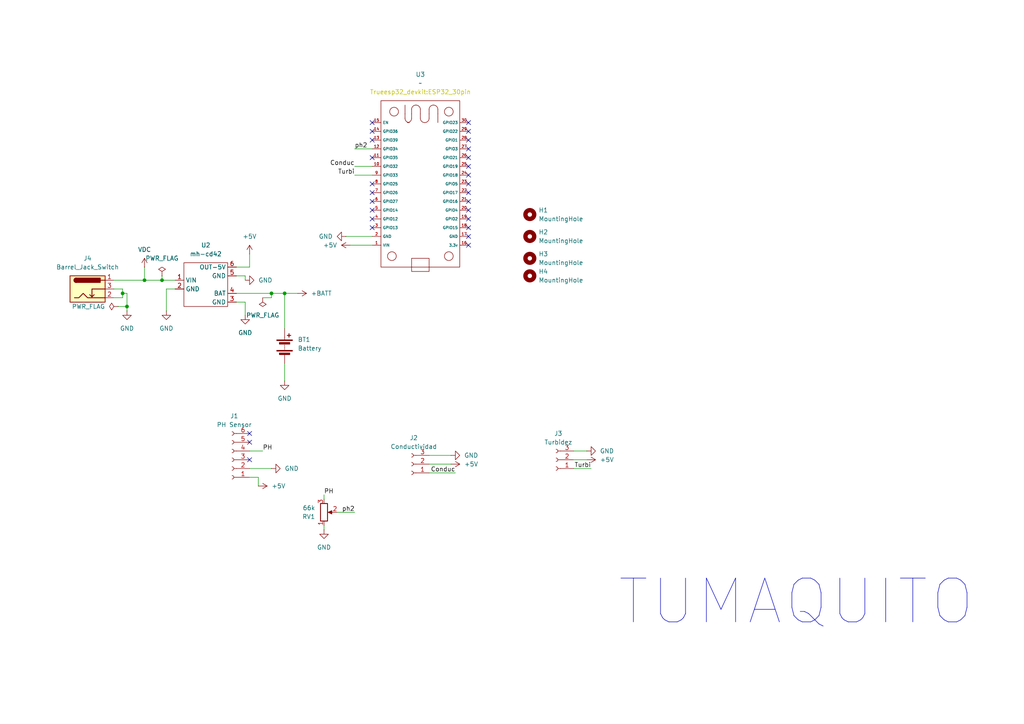
<source format=kicad_sch>
(kicad_sch (version 20250114) (generator "eeschema") (generator_version "9.0")
  (paper "A4")
  (lib_symbols
    (symbol "Connector:Barrel_Jack_Switch" (pin_names (hide yes))
      (property "Reference" "J" (at 0 5.334 0))
      (property "Value" "Barrel_Jack_Switch" (at 0 -5.08 0))
      (symbol "Barrel_Jack_Switch_0_1"
        (rectangle (start -5.08 3.81) (end 5.08 -3.81) (stroke (width 0.254)) (fill (type background)))
        (polyline (pts (xy -3.81 -2.54) (xy -2.54 -2.54) (xy -1.27 -1.27) (xy 0 -2.54) (xy 2.54 -2.54) (xy 5.08 -2.54)) (stroke (width 0.254)))
        (arc (start -3.302 1.905) (mid -3.9343 2.54) (end -3.302 3.175) (stroke (width 0.254)))
        (arc (start -3.302 1.905) (mid -3.9343 2.54) (end -3.302 3.175) (stroke (width 0.254)) (fill (type outline)))
        (polyline (pts (xy 1.27 -2.286) (xy 1.905 -1.651)) (stroke (width 0.254)))
        (rectangle (start 3.683 3.175) (end -3.302 1.905) (stroke (width 0.254)) (fill (type outline)))
        (polyline (pts (xy 5.08 2.54) (xy 3.81 2.54)) (stroke (width 0.254)))
        (polyline (pts (xy 5.08 0) (xy 1.27 0) (xy 1.27 -2.286) (xy 0.635 -1.651)) (stroke (width 0.254)))
      )
      (symbol "Barrel_Jack_Switch_1_1"
        (pin passive line (at 7.62 2.54 180) (length 2.54) (name "~") (number "1"))
        (pin passive line (at 7.62 0 180) (length 2.54) (name "~") (number "3"))
        (pin passive line (at 7.62 -2.54 180) (length 2.54) (name "~") (number "2"))
      )
    )
    (symbol "Connector:Conn_01x03_Socket" (pin_names (offset 1.016) (hide yes))
      (property "Reference" "J" (at 0 5.08 0))
      (property "Value" "Conn_01x03_Socket" (at 0 -5.08 0))
      (symbol "Conn_01x03_Socket_1_1"
        (polyline (pts (xy -1.27 2.54) (xy -0.508 2.54)) (stroke (width 0.1524)))
        (polyline (pts (xy -1.27 0) (xy -0.508 0)) (stroke (width 0.1524)))
        (polyline (pts (xy -1.27 -2.54) (xy -0.508 -2.54)) (stroke (width 0.1524)))
        (arc (start 0 2.032) (mid -0.5058 2.54) (end 0 3.048) (stroke (width 0.1524)))
        (arc (start 0 -0.508) (mid -0.5058 0) (end 0 0.508) (stroke (width 0.1524)))
        (arc (start 0 -3.048) (mid -0.5058 -2.54) (end 0 -2.032) (stroke (width 0.1524)))
        (pin passive line (at -5.08 2.54 0) (length 3.81) (name "Pin_1") (number "1"))
        (pin passive line (at -5.08 0 0) (length 3.81) (name "Pin_2") (number "2"))
        (pin passive line (at -5.08 -2.54 0) (length 3.81) (name "Pin_3") (number "3"))
      )
    )
    (symbol "Connector:Conn_01x06_Socket" (pin_names (offset 1.016) (hide yes))
      (property "Reference" "J" (at 0 7.62 0))
      (property "Value" "Conn_01x06_Socket" (at 0 -10.16 0))
      (symbol "Conn_01x06_Socket_1_1"
        (polyline (pts (xy -1.27 5.08) (xy -0.508 5.08)) (stroke (width 0.1524)))
        (polyline (pts (xy -1.27 2.54) (xy -0.508 2.54)) (stroke (width 0.1524)))
        (polyline (pts (xy -1.27 0) (xy -0.508 0)) (stroke (width 0.1524)))
        (polyline (pts (xy -1.27 -2.54) (xy -0.508 -2.54)) (stroke (width 0.1524)))
        (polyline (pts (xy -1.27 -5.08) (xy -0.508 -5.08)) (stroke (width 0.1524)))
        (polyline (pts (xy -1.27 -7.62) (xy -0.508 -7.62)) (stroke (width 0.1524)))
        (arc (start 0 4.572) (mid -0.5058 5.08) (end 0 5.588) (stroke (width 0.1524)))
        (arc (start 0 2.032) (mid -0.5058 2.54) (end 0 3.048) (stroke (width 0.1524)))
        (arc (start 0 -0.508) (mid -0.5058 0) (end 0 0.508) (stroke (width 0.1524)))
        (arc (start 0 -3.048) (mid -0.5058 -2.54) (end 0 -2.032) (stroke (width 0.1524)))
        (arc (start 0 -5.588) (mid -0.5058 -5.08) (end 0 -4.572) (stroke (width 0.1524)))
        (arc (start 0 -8.128) (mid -0.5058 -7.62) (end 0 -7.112) (stroke (width 0.1524)))
        (pin passive line (at -5.08 5.08 0) (length 3.81) (name "Pin_1") (number "1"))
        (pin passive line (at -5.08 2.54 0) (length 3.81) (name "Pin_2") (number "2"))
        (pin passive line (at -5.08 0 0) (length 3.81) (name "Pin_3") (number "3"))
        (pin passive line (at -5.08 -2.54 0) (length 3.81) (name "Pin_4") (number "4"))
        (pin passive line (at -5.08 -5.08 0) (length 3.81) (name "Pin_5") (number "5"))
        (pin passive line (at -5.08 -7.62 0) (length 3.81) (name "Pin_6") (number "6"))
      )
    )
    (symbol "Device:Battery" (pin_numbers (hide yes)) (pin_names (offset 0) (hide yes))
      (property "Reference" "BT" (at 2.54 2.54 0))
      (property "Value" "Battery" (at 2.54 0 0))
      (symbol "Battery_0_1"
        (rectangle (start -2.286 1.778) (end 2.286 1.524) (fill (type outline)))
        (rectangle (start -2.286 -1.27) (end 2.286 -1.524) (fill (type outline)))
        (rectangle (start -1.524 1.016) (end 1.524 0.508) (fill (type outline)))
        (rectangle (start -1.524 -2.032) (end 1.524 -2.54) (fill (type outline)))
        (polyline (pts (xy 0 1.778) (xy 0 2.54)))
        (polyline (pts (xy 0 0) (xy 0 0.254)))
        (polyline (pts (xy 0 -0.508) (xy 0 -0.254)))
        (polyline (pts (xy 0 -1.016) (xy 0 -0.762)))
        (polyline (pts (xy 0.762 3.048) (xy 1.778 3.048)) (stroke (width 0.254)))
        (polyline (pts (xy 1.27 3.556) (xy 1.27 2.54)) (stroke (width 0.254)))
      )
      (symbol "Battery_1_1"
        (pin passive line (at 0 5.08 270) (length 2.54) (name "+") (number "1"))
        (pin passive line (at 0 -5.08 90) (length 2.54) (name "-") (number "2"))
      )
    )
    (symbol "Device:R_Potentiometer" (pin_names (offset 1.016) (hide yes))
      (property "Reference" "RV" (at -4.445 0 90))
      (property "Value" "R_Potentiometer" (at -2.54 0 90))
      (symbol "R_Potentiometer_0_1"
        (rectangle (start 1.016 2.54) (end -1.016 -2.54) (stroke (width 0.254)))
        (polyline (pts (xy 1.143 0) (xy 2.286 0.508) (xy 2.286 -0.508) (xy 1.143 0)) (fill (type outline)))
        (polyline (pts (xy 2.54 0) (xy 1.524 0)))
      )
      (symbol "R_Potentiometer_1_1"
        (pin passive line (at 0 3.81 270) (length 1.27) (name "1") (number "1"))
        (pin passive line (at 0 -3.81 90) (length 1.27) (name "3") (number "3"))
        (pin passive line (at 3.81 0 180) (length 1.27) (name "2") (number "2"))
      )
    )
    (symbol "Mechanical:MountingHole" (pin_names (offset 1.016)) (in_bom no)
      (property "Reference" "H" (at 0 5.08 0))
      (property "Value" "MountingHole" (at 0 3.175 0))
      (symbol "MountingHole_0_1"
        (circle (center 0 0) (radius 1.27) (stroke (width 1.27)))
      )
    )
    (symbol "Trueesp32_devkit:ESP32_30Pin"
      (property "Reference" "U3" (at -31.75 0 90))
      (property "Value" "~" (at -29.21 0 90))
      (property "Footprint" "Trueesp32_devkit:ESP32_30pin" (at -26.67 0 90))
      (symbol "ESP32_30Pin_0_1"
        (rectangle (start -24.13 11.43) (end 24.13 -11.43))
        (polyline (pts (xy -21.59 5.08) (xy -20.32 5.08)))
        (polyline (pts (xy -21.59 2.54) (xy -20.32 2.54)))
        (polyline (pts (xy -21.59 0) (xy -20.32 0)))
        (polyline (pts (xy -21.59 -2.54) (xy -20.32 -2.54)))
        (arc (start -21.5975 2.5325) (mid -22.4933 2.9067) (end -22.8675 3.8025))
        (arc (start -21.5975 -2.5475) (mid -22.4933 -2.1733) (end -22.8675 -1.2775))
        (arc (start -22.86 3.81) (mid -22.4873 4.7073) (end -21.59 5.08))
        (arc (start -22.86 -1.27) (mid -22.4873 -0.3727) (end -21.59 0))
        (circle (center -20.955 8.255) (radius 1.27))
        (circle (center -20.955 -7.62) (radius 1.27))
        (polyline (pts (xy -20.32 5.08) (xy -17.78 5.08)))
        (polyline (pts (xy -20.32 -4.445) (xy -22.86 -4.445)))
        (arc (start -17.7775 1.2675) (mid -18.1502 0.3702) (end -19.0475 -0.0025))
        (arc (start -17.7775 -3.1775) (mid -18.1502 -4.0748) (end -19.0475 -4.4475))
        (arc (start -19.04 2.545) (mid -18.1442 2.1708) (end -17.77 1.275))
        (arc (start -19.04 -2.535) (mid -18.1442 -2.9092) (end -17.77 -3.805))
        (polyline (pts (xy -19.0475 2.5375) (xy -20.3175 2.5375)))
        (polyline (pts (xy -19.0475 -0.0025) (xy -20.3175 -0.0025)))
        (polyline (pts (xy -19.0475 -2.5425) (xy -20.3175 -2.5425)))
        (polyline (pts (xy -19.0475 -4.4475) (xy -20.3175 -4.4475)))
        (circle (center 20.955 8.255) (radius 1.27))
        (circle (center 20.955 -8.255) (radius 1.27))
        (rectangle (start 21.59 2.54) (end 25.4 -2.54))
      )
      (symbol "ESP32_30Pin_1_1"
        (pin bidirectional line (at -17.78 13.97 270) (length 2.54) (name "GPIO23") (number "30"))
        (pin bidirectional line (at -17.78 -13.97 90) (length 2.54) (name "EN") (number "15"))
        (pin bidirectional line (at -15.24 13.97 270) (length 2.54) (name "GPIO22") (number "29"))
        (pin bidirectional line (at -15.24 -13.97 90) (length 2.54) (name "GPIO36") (number "14"))
        (pin bidirectional line (at -12.7 13.97 270) (length 2.54) (name "GPIO1") (number "28"))
        (pin bidirectional line (at -12.7 -13.97 90) (length 2.54) (name "GPIO39") (number "13"))
        (pin bidirectional line (at -10.16 13.97 270) (length 2.54) (name "GPIO3") (number "27"))
        (pin bidirectional line (at -10.16 -13.97 90) (length 2.54) (name "GPIO34") (number "12"))
        (pin bidirectional line (at -7.62 13.97 270) (length 2.54) (name "GPIO21") (number "26"))
        (pin bidirectional line (at -7.62 -13.97 90) (length 2.54) (name "GPIO35") (number "11"))
        (pin bidirectional line (at -5.08 13.97 270) (length 2.54) (name "GPIO19") (number "25"))
        (pin bidirectional line (at -5.08 -13.97 90) (length 2.54) (name "GPIO32") (number "10"))
        (pin bidirectional line (at -2.54 13.97 270) (length 2.54) (name "GPIO18") (number "24"))
        (pin bidirectional line (at -2.54 -13.97 90) (length 2.54) (name "GPIO33") (number "9"))
        (pin bidirectional line (at 0 13.97 270) (length 2.54) (name "GPIO5") (number "23"))
        (pin bidirectional line (at 0 -13.97 90) (length 2.54) (name "GPIO25") (number "8"))
        (pin bidirectional line (at 2.54 13.97 270) (length 2.54) (name "GPIO17") (number "22"))
        (pin bidirectional line (at 2.54 -13.97 90) (length 2.54) (name "GPIO26") (number "7"))
        (pin bidirectional line (at 5.08 13.97 270) (length 2.54) (name "GPIO16") (number "21"))
        (pin bidirectional line (at 5.08 -13.97 90) (length 2.54) (name "GPIO27") (number "6"))
        (pin bidirectional line (at 7.62 13.97 270) (length 2.54) (name "GPIO4") (number "20"))
        (pin bidirectional line (at 7.62 -13.97 90) (length 2.54) (name "GPIO14") (number "5"))
        (pin bidirectional line (at 10.16 13.97 270) (length 2.54) (name "GPIO2") (number "19"))
        (pin bidirectional line (at 10.16 -13.97 90) (length 2.54) (name "GPIO12") (number "4"))
        (pin bidirectional line (at 12.7 13.97 270) (length 2.54) (name "GPIO15") (number "18"))
        (pin bidirectional line (at 12.7 -13.97 90) (length 2.54) (name "GPIO13") (number "3"))
        (pin power_in line (at 15.24 13.97 270) (length 2.54) (name "GND") (number "17"))
        (pin power_in line (at 15.24 -13.97 90) (length 2.54) (name "GND") (number "2"))
        (pin input line (at 17.78 13.97 270) (length 2.54) (name "3.3v") (number "16"))
        (pin input line (at 17.78 -13.97 90) (length 2.54) (name "VIN") (number "1"))
      )
    )
    (symbol "cd42:mh-cd42"
      (property "Reference" "U" (at 0 7.62 0))
      (property "Value" "mh-cd42" (at 0 -7.62 0))
      (symbol "mh-cd42_0_1"
        (rectangle (start -6.35 6.35) (end 6.35 -6.35))
      )
      (symbol "mh-cd42_1_1"
        (pin power_in line (at -8.89 1.27 0) (length 2.54) (name "VIN") (number "1"))
        (pin passive line (at -8.89 -1.27 0) (length 2.54) (name "GND") (number "2"))
        (pin power_out line (at 8.89 5.08 180) (length 2.54) (name "OUT-5V") (number "6"))
        (pin passive line (at 8.89 2.54 180) (length 2.54) (name "GND") (number "5"))
        (pin passive line (at 8.89 -2.54 180) (length 2.54) (name "BAT") (number "4"))
        (pin passive line (at 8.89 -5.08 180) (length 2.54) (name "GND") (number "3"))
      )
    )
    (symbol "power:+5V" (power) (pin_numbers (hide yes)) (pin_names (offset 0) (hide yes))
      (property "Value" "+5V" (at 0 3.556 0))
      (symbol "+5V_0_1"
        (polyline (pts (xy -0.762 1.27) (xy 0 2.54)))
        (polyline (pts (xy 0 2.54) (xy 0.762 1.27)))
        (polyline (pts (xy 0 0) (xy 0 2.54)))
      )
      (symbol "+5V_1_1"
        (pin power_in line (at 0 0 90) (length 0) (name "~") (number "1"))
      )
    )
    (symbol "power:+BATT" (power) (pin_numbers (hide yes)) (pin_names (offset 0) (hide yes))
      (property "Value" "+BATT" (at 0 3.556 0))
      (symbol "+BATT_0_1"
        (polyline (pts (xy -0.762 1.27) (xy 0 2.54)))
        (polyline (pts (xy 0 2.54) (xy 0.762 1.27)))
        (polyline (pts (xy 0 0) (xy 0 2.54)))
      )
      (symbol "+BATT_1_1"
        (pin power_in line (at 0 0 90) (length 0) (name "~") (number "1"))
      )
    )
    (symbol "power:GND" (power) (pin_numbers (hide yes)) (pin_names (offset 0) (hide yes))
      (property "Value" "GND" (at 0 -3.81 0))
      (symbol "GND_0_1"
        (polyline (pts (xy 0 0) (xy 0 -1.27) (xy 1.27 -1.27) (xy 0 -2.54) (xy -1.27 -1.27) (xy 0 -1.27)))
      )
      (symbol "GND_1_1"
        (pin power_in line (at 0 0 270) (length 0) (name "~") (number "1"))
      )
    )
    (symbol "power:PWR_FLAG" (power) (pin_numbers (hide yes)) (pin_names (offset 0) (hide yes))
      (property "Value" "PWR_FLAG" (at 0 3.81 0))
      (symbol "PWR_FLAG_0_0"
        (pin power_out line (at 0 0 90) (length 0) (name "~") (number "1"))
      )
      (symbol "PWR_FLAG_0_1"
        (polyline (pts (xy 0 0) (xy 0 1.27) (xy -1.016 1.905) (xy 0 2.54) (xy 1.016 1.905) (xy 0 1.27)))
      )
    )
    (symbol "power:VDC" (power) (pin_numbers (hide yes)) (pin_names (offset 0) (hide yes))
      (property "Value" "VDC" (at 0 3.556 0))
      (symbol "VDC_0_1"
        (polyline (pts (xy -0.762 1.27) (xy 0 2.54)))
        (polyline (pts (xy 0 2.54) (xy 0.762 1.27)))
        (polyline (pts (xy 0 0) (xy 0 2.54)))
      )
      (symbol "VDC_1_1"
        (pin power_in line (at 0 0 90) (length 0) (name "~") (number "1"))
      )
    )
  )
  (text "TUMAQUITO" (at 230.886 174.752 0) (effects (font (size 12.7 12.7))))
  (junction (at 82.55 85.09))
  (junction (at 78.74 85.09))
  (junction (at 46.99 81.28))
  (junction (at 41.91 81.28))
  (junction (at 35.56 85.09))
  (junction (at 36.83 88.9))
  (no_connect (at 135.89 38.1))
  (no_connect (at 107.95 58.42))
  (no_connect (at 107.95 66.04))
  (no_connect (at 135.89 60.96))
  (no_connect (at 135.89 45.72))
  (no_connect (at 135.89 63.5))
  (no_connect (at 107.95 53.34))
  (no_connect (at 135.89 71.12))
  (no_connect (at 107.95 55.88))
  (no_connect (at 107.95 40.64))
  (no_connect (at 107.95 63.5))
  (no_connect (at 135.89 55.88))
  (no_connect (at 72.39 125.73))
  (no_connect (at 135.89 66.04))
  (no_connect (at 107.95 38.1))
  (no_connect (at 135.89 48.26))
  (no_connect (at 135.89 40.64))
  (no_connect (at 135.89 43.18))
  (no_connect (at 107.95 60.96))
  (no_connect (at 72.39 133.35))
  (no_connect (at 72.39 128.27))
  (no_connect (at 135.89 68.58))
  (no_connect (at 135.89 35.56))
  (no_connect (at 135.89 53.34))
  (no_connect (at 135.89 50.8))
  (no_connect (at 107.95 35.56))
  (no_connect (at 107.95 45.72))
  (no_connect (at 135.89 58.42))
  (wire (pts (xy 35.56 85.09) (xy 35.56 86.36)))
  (wire (pts (xy 102.87 48.26) (xy 107.95 48.26)))
  (wire (pts (xy 101.6 71.12) (xy 107.95 71.12)))
  (wire (pts (xy 82.55 85.09) (xy 82.55 95.25)))
  (wire (pts (xy 71.12 80.01) (xy 68.58 80.01)))
  (wire (pts (xy 124.46 137.16) (xy 132.08 137.16)))
  (wire (pts (xy 36.83 85.09) (xy 36.83 88.9)))
  (wire (pts (xy 78.74 86.36) (xy 78.74 85.09)))
  (wire (pts (xy 41.91 81.28) (xy 46.99 81.28)))
  (wire (pts (xy 35.56 85.09) (xy 36.83 85.09)))
  (wire (pts (xy 97.79 148.59) (xy 102.87 148.59)))
  (wire (pts (xy 82.55 85.09) (xy 86.36 85.09)))
  (wire (pts (xy 166.37 130.81) (xy 170.18 130.81)))
  (wire (pts (xy 74.93 138.43) (xy 72.39 138.43)))
  (wire (pts (xy 166.37 133.35) (xy 170.18 133.35)))
  (wire (pts (xy 100.33 68.58) (xy 107.95 68.58)))
  (wire (pts (xy 71.12 87.63) (xy 68.58 87.63)))
  (wire (pts (xy 76.2 86.36) (xy 78.74 86.36)))
  (wire (pts (xy 93.98 153.67) (xy 93.98 152.4)))
  (wire (pts (xy 72.39 77.47) (xy 68.58 77.47)))
  (wire (pts (xy 33.02 83.82) (xy 35.56 83.82)))
  (wire (pts (xy 50.8 83.82) (xy 48.26 83.82)))
  (wire (pts (xy 46.99 80.01) (xy 46.99 81.28)))
  (wire (pts (xy 36.83 88.9) (xy 36.83 90.17)))
  (wire (pts (xy 102.87 43.18) (xy 107.95 43.18)))
  (wire (pts (xy 78.74 85.09) (xy 82.55 85.09)))
  (wire (pts (xy 41.91 77.47) (xy 41.91 81.28)))
  (wire (pts (xy 71.12 91.44) (xy 71.12 87.63)))
  (wire (pts (xy 166.37 135.89) (xy 171.45 135.89)))
  (wire (pts (xy 33.02 86.36) (xy 35.56 86.36)))
  (wire (pts (xy 93.98 143.51) (xy 93.98 144.78)))
  (wire (pts (xy 72.39 73.66) (xy 72.39 77.47)))
  (wire (pts (xy 48.26 83.82) (xy 48.26 90.17)))
  (wire (pts (xy 74.93 140.97) (xy 74.93 138.43)))
  (wire (pts (xy 72.39 130.81) (xy 76.2 130.81)))
  (wire (pts (xy 68.58 85.09) (xy 78.74 85.09)))
  (wire (pts (xy 35.56 83.82) (xy 35.56 85.09)))
  (wire (pts (xy 82.55 105.41) (xy 82.55 110.49)))
  (wire (pts (xy 46.99 81.28) (xy 50.8 81.28)))
  (wire (pts (xy 102.87 50.8) (xy 107.95 50.8)))
  (wire (pts (xy 124.46 134.62) (xy 130.81 134.62)))
  (wire (pts (xy 33.02 81.28) (xy 41.91 81.28)))
  (wire (pts (xy 72.39 135.89) (xy 78.74 135.89)))
  (wire (pts (xy 71.12 81.28) (xy 71.12 80.01)))
  (wire (pts (xy 34.29 88.9) (xy 36.83 88.9)))
  (wire (pts (xy 124.46 132.08) (xy 130.81 132.08)))
  (label "PH" (at 93.98 143.51 0))
  (label "Turbi" (at 171.45 135.89 180))
  (label "Conduc" (at 102.87 48.26 180))
  (label "PH" (at 76.2 130.81 0))
  (label "ph2" (at 102.87 43.18 0))
  (label "Conduc" (at 132.08 137.16 180))
  (label "ph2" (at 102.87 148.59 180))
  (label "Turbi" (at 102.87 50.8 180))
  (symbol (lib_id "cd42:mh-cd42") (at 59.69 82.55 0) (unit 1)
    (property "Reference" "U2" (at 59.69 71.12 0))
    (property "Value" "mh-cd42" (at 59.69 73.66 0))
    (property "Footprint" "cd42foot:mh-cd42" (effects (hide yes)))
  )
  (symbol (lib_id "power:GND") (at 93.98 153.67 0) (unit 1)
    (property "Reference" "#PWR01" (effects (hide yes)))
    (property "Value" "GND" (at 93.98 158.75 0))
    (property "Description" "Power symbol creates a global label with name \"GND\" , ground" (effects (hide yes)))
  )
  (symbol (lib_id "power:GND") (at 36.83 90.17 0) (unit 1)
    (property "Reference" "#PWR015" (effects (hide yes)))
    (property "Value" "GND" (at 36.83 95.25 0))
    (property "Description" "Power symbol creates a global label with name \"GND\" , ground" (effects (hide yes)))
  )
  (symbol (lib_id "power:GND") (at 71.12 91.44 0) (unit 1)
    (property "Reference" "#PWR04" (effects (hide yes)))
    (property "Value" "GND" (at 71.12 96.52 0))
    (property "Description" "Power symbol creates a global label with name \"GND\" , ground" (effects (hide yes)))
  )
  (symbol (lib_id "power:+5V") (at 170.18 133.35 270) (unit 1)
    (property "Reference" "#PWR09" (effects (hide yes)))
    (property "Value" "+5V" (at 173.99 133.3499 90) (effects (justify left)))
    (property "Description" "Power symbol creates a global label with name \"+5V\"" (effects (hide yes)))
  )
  (symbol (lib_id "power:PWR_FLAG") (at 34.29 88.9 90) (unit 1)
    (property "Reference" "#FLG02" (effects (hide yes)))
    (property "Value" "PWR_FLAG" (at 30.48 88.8999 90) (effects (justify left)))
    (property "Description" "Special symbol for telling ERC where power comes from" (effects (hide yes)))
  )
  (symbol (lib_id "power:+5V") (at 72.39 73.66 0) (unit 1)
    (property "Reference" "#PWR02" (effects (hide yes)))
    (property "Value" "+5V" (at 72.39 68.58 0))
    (property "Description" "Power symbol creates a global label with name \"+5V\"" (effects (hide yes)))
  )
  (symbol (lib_id "power:+5V") (at 74.93 140.97 270) (unit 1)
    (property "Reference" "#PWR019" (effects (hide yes)))
    (property "Value" "+5V" (at 78.74 140.9699 90) (effects (justify left)))
    (property "Description" "Power symbol creates a global label with name \"+5V\"" (effects (hide yes)))
  )
  (symbol (lib_id "Mechanical:MountingHole") (at 153.67 62.23 0) (unit 1) (in_bom no)
    (property "Reference" "H1" (at 156.21 60.9599 0) (effects (justify left)))
    (property "Value" "MountingHole" (at 156.21 63.4999 0) (effects (justify left)))
    (property "Footprint" "MountingHole:MountingHole_3.2mm_M3" (effects (hide yes)))
    (property "Description" "Mounting Hole without connection" (effects (hide yes)))
  )
  (symbol (lib_id "power:+5V") (at 130.81 134.62 270) (unit 1)
    (property "Reference" "#PWR08" (effects (hide yes)))
    (property "Value" "+5V" (at 134.62 134.6199 90) (effects (justify left)))
    (property "Description" "Power symbol creates a global label with name \"+5V\"" (effects (hide yes)))
  )
  (symbol (lib_id "power:GND") (at 71.12 81.28 90) (unit 1)
    (property "Reference" "#PWR03" (effects (hide yes)))
    (property "Value" "GND" (at 74.93 81.2799 90) (effects (justify right)))
    (property "Description" "Power symbol creates a global label with name \"GND\" , ground" (effects (hide yes)))
  )
  (symbol (lib_id "Connector:Conn_01x03_Socket") (at 161.29 133.35 180) (unit 1)
    (property "Reference" "J3" (at 161.925 125.73 0))
    (property "Value" "Turbidez" (at 161.925 128.27 0))
    (property "Footprint" "Connector_PinSocket_2.54mm:PinSocket_1x03_P2.54mm_Vertical" (effects (hide yes)))
    (property "Description" "Generic connector, single row, 01x03, script generated" (effects (hide yes)))
  )
  (symbol (lib_id "Connector:Conn_01x06_Socket") (at 67.31 133.35 180) (unit 1)
    (property "Reference" "J1" (at 67.945 120.65 0))
    (property "Value" "PH Sensor" (at 67.945 123.19 0))
    (property "Footprint" "Connector_PinSocket_2.54mm:PinSocket_1x06_P2.54mm_Vertical" (effects (hide yes)))
    (property "Description" "Generic connector, single row, 01x06, script generated" (effects (hide yes)))
  )
  (symbol (lib_id "Trueesp32_devkit:ESP32_30Pin") (at 121.92 53.34 270) (unit 1)
    (property "Reference" "U3" (at 121.92 21.59 90))
    (property "Value" "~" (at 121.92 24.13 90))
    (property "Footprint" "Trueesp32_devkit:ESP32_30pin" (at 121.92 26.67 90))
  )
  (symbol (lib_id "Mechanical:MountingHole") (at 153.67 68.58 0) (unit 1) (in_bom no)
    (property "Reference" "H2" (at 156.21 67.3099 0) (effects (justify left)))
    (property "Value" "MountingHole" (at 156.21 69.8499 0) (effects (justify left)))
    (property "Footprint" "MountingHole:MountingHole_3.2mm_M3" (effects (hide yes)))
    (property "Description" "Mounting Hole without connection" (effects (hide yes)))
  )
  (symbol (lib_id "power:GND") (at 100.33 68.58 270) (unit 1)
    (property "Reference" "#PWR018" (effects (hide yes)))
    (property "Value" "GND" (at 96.52 68.5799 90) (effects (justify right)))
    (property "Description" "Power symbol creates a global label with name \"GND\" , ground" (effects (hide yes)))
  )
  (symbol (lib_id "Mechanical:MountingHole") (at 153.67 80.01 0) (unit 1) (in_bom no)
    (property "Reference" "H4" (at 156.21 78.7399 0) (effects (justify left)))
    (property "Value" "MountingHole" (at 156.21 81.2799 0) (effects (justify left)))
    (property "Footprint" "MountingHole:MountingHole_3.2mm_M3" (effects (hide yes)))
    (property "Description" "Mounting Hole without connection" (effects (hide yes)))
  )
  (symbol (lib_id "Connector:Barrel_Jack_Switch") (at 25.4 83.82 0) (unit 1)
    (property "Reference" "J4" (at 25.4 74.93 0))
    (property "Value" "Barrel_Jack_Switch" (at 25.4 77.47 0))
    (property "Footprint" "Connector_BarrelJack:BarrelJack_Horizontal" (effects (hide yes)))
    (property "Description" "DC Barrel Jack with an internal switch" (effects (hide yes)))
  )
  (symbol (lib_id "power:+BATT") (at 86.36 85.09 270) (unit 1)
    (property "Reference" "#PWR06" (effects (hide yes)))
    (property "Value" "+BATT" (at 90.17 85.0899 90) (effects (justify left)))
    (property "Description" "Power symbol creates a global label with name \"+BATT\"" (effects (hide yes)))
  )
  (symbol (lib_id "power:PWR_FLAG") (at 46.99 80.01 0) (unit 1)
    (property "Reference" "#FLG01" (effects (hide yes)))
    (property "Value" "PWR_FLAG" (at 46.99 74.93 0))
    (property "Description" "Special symbol for telling ERC where power comes from" (effects (hide yes)))
  )
  (symbol (lib_id "Connector:Conn_01x03_Socket") (at 119.38 134.62 180) (unit 1)
    (property "Reference" "J2" (at 120.015 127 0))
    (property "Value" "Conductividad" (at 120.015 129.54 0))
    (property "Footprint" "Connector_PinSocket_2.54mm:PinSocket_1x03_P2.54mm_Vertical" (effects (hide yes)))
    (property "Description" "Generic connector, single row, 01x03, script generated" (effects (hide yes)))
  )
  (symbol (lib_id "power:GND") (at 170.18 130.81 90) (unit 1)
    (property "Reference" "#PWR013" (effects (hide yes)))
    (property "Value" "GND" (at 173.99 130.8099 90) (effects (justify right)))
    (property "Description" "Power symbol creates a global label with name \"GND\" , ground" (effects (hide yes)))
  )
  (symbol (lib_id "power:VDC") (at 41.91 77.47 0) (unit 1)
    (property "Reference" "#PWR017" (effects (hide yes)))
    (property "Value" "VDC" (at 41.91 72.39 0))
    (property "Description" "Power symbol creates a global label with name \"VDC\"" (effects (hide yes)))
  )
  (symbol (lib_id "power:GND") (at 130.81 132.08 90) (unit 1)
    (property "Reference" "#PWR012" (effects (hide yes)))
    (property "Value" "GND" (at 134.62 132.0799 90) (effects (justify right)))
    (property "Description" "Power symbol creates a global label with name \"GND\" , ground" (effects (hide yes)))
  )
  (symbol (lib_id "power:+5V") (at 101.6 71.12 90) (unit 1)
    (property "Reference" "#PWR010" (effects (hide yes)))
    (property "Value" "+5V" (at 97.79 71.1199 90) (effects (justify left)))
    (property "Description" "Power symbol creates a global label with name \"+5V\"" (effects (hide yes)))
  )
  (symbol (lib_id "power:GND") (at 78.74 135.89 90) (unit 1)
    (property "Reference" "#PWR011" (effects (hide yes)))
    (property "Value" "GND" (at 82.55 135.8899 90) (effects (justify right)))
    (property "Description" "Power symbol creates a global label with name \"GND\" , ground" (effects (hide yes)))
  )
  (symbol (lib_id "Mechanical:MountingHole") (at 153.67 74.93 0) (unit 1) (in_bom no)
    (property "Reference" "H3" (at 156.21 73.6599 0) (effects (justify left)))
    (property "Value" "MountingHole" (at 156.21 76.1999 0) (effects (justify left)))
    (property "Footprint" "MountingHole:MountingHole_3.2mm_M3" (effects (hide yes)))
    (property "Description" "Mounting Hole without connection" (effects (hide yes)))
  )
  (symbol (lib_id "power:GND") (at 48.26 90.17 0) (unit 1)
    (property "Reference" "#PWR016" (effects (hide yes)))
    (property "Value" "GND" (at 48.26 95.25 0))
    (property "Description" "Power symbol creates a global label with name \"GND\" , ground" (effects (hide yes)))
  )
  (symbol (lib_id "Device:R_Potentiometer") (at 93.98 148.59 0) (mirror x) (unit 1)
    (property "Reference" "RV1" (at 91.44 149.8601 0) (effects (justify right)))
    (property "Value" "66k" (at 91.44 147.3201 0) (effects (justify right)))
    (property "Footprint" "Potentiometer_THT:Potentiometer_Piher_T-16H_Single_Horizontal" (effects (hide yes)))
    (property "Description" "Potentiometer" (effects (hide yes)))
  )
  (symbol (lib_id "power:PWR_FLAG") (at 76.2 86.36 180) (unit 1)
    (property "Reference" "#FLG03" (effects (hide yes)))
    (property "Value" "PWR_FLAG" (at 76.2 91.44 0))
    (property "Description" "Special symbol for telling ERC where power comes from" (effects (hide yes)))
  )
  (symbol (lib_id "power:GND") (at 82.55 110.49 0) (unit 1)
    (property "Reference" "#PWR05" (effects (hide yes)))
    (property "Value" "GND" (at 82.55 115.57 0))
    (property "Description" "Power symbol creates a global label with name \"GND\" , ground" (effects (hide yes)))
  )
  (symbol (lib_id "Device:Battery") (at 82.55 100.33 0) (unit 1)
    (property "Reference" "BT1" (at 86.36 98.4884 0) (effects (justify left)))
    (property "Value" "Battery" (at 86.36 101.0284 0) (effects (justify left)))
    (property "Footprint" "Battery:BatteryHolder_Keystone_1042_1x18650" (effects (hide yes)))
    (property "Description" "Multiple-cell battery" (effects (hide yes)))
  )
)
</source>
